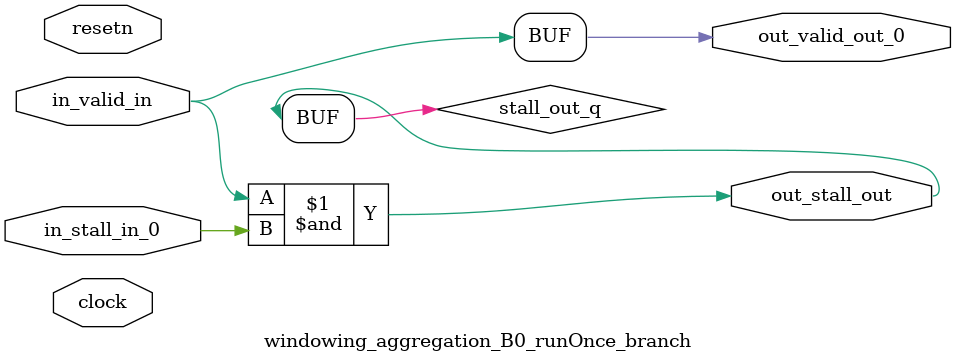
<source format=sv>



(* altera_attribute = "-name AUTO_SHIFT_REGISTER_RECOGNITION OFF; -name MESSAGE_DISABLE 10036; -name MESSAGE_DISABLE 10037; -name MESSAGE_DISABLE 14130; -name MESSAGE_DISABLE 14320; -name MESSAGE_DISABLE 15400; -name MESSAGE_DISABLE 14130; -name MESSAGE_DISABLE 10036; -name MESSAGE_DISABLE 12020; -name MESSAGE_DISABLE 12030; -name MESSAGE_DISABLE 12010; -name MESSAGE_DISABLE 12110; -name MESSAGE_DISABLE 14320; -name MESSAGE_DISABLE 13410; -name MESSAGE_DISABLE 113007; -name MESSAGE_DISABLE 10958" *)
module windowing_aggregation_B0_runOnce_branch (
    input wire [0:0] in_stall_in_0,
    input wire [0:0] in_valid_in,
    output wire [0:0] out_stall_out,
    output wire [0:0] out_valid_out_0,
    input wire clock,
    input wire resetn
    );

    wire [0:0] stall_out_q;


    // stall_out(LOGICAL,6)
    assign stall_out_q = in_valid_in & in_stall_in_0;

    // out_stall_out(GPOUT,4)
    assign out_stall_out = stall_out_q;

    // out_valid_out_0(GPOUT,5)
    assign out_valid_out_0 = in_valid_in;

endmodule

</source>
